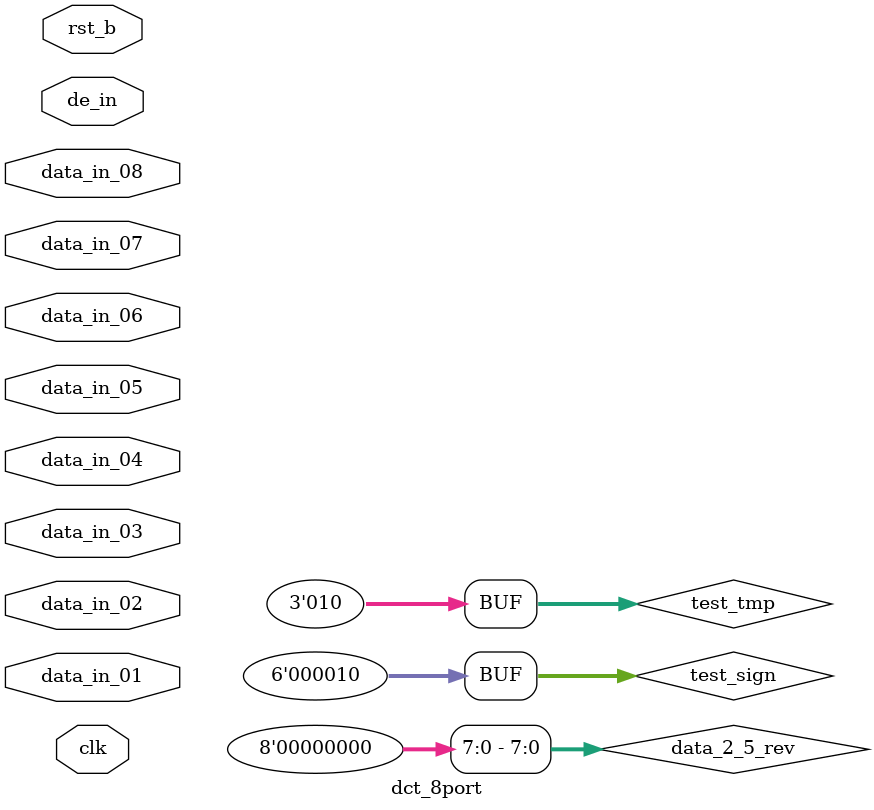
<source format=v>
`timescale 1 ns/10 ps
module dct_8port(
	input			clk,
	input			rst_b,

	input			de_in,

	input	[7:0]	data_in_01,
	input	[7:0]	data_in_02,
	input	[7:0]	data_in_03,
	input	[7:0]	data_in_04,
	input	[7:0]	data_in_05,
	input	[7:0]	data_in_06,
	input	[7:0]	data_in_07,
	input	[7:0]	data_in_08

);

parameter  Param_a = $signed({1'b0, 8'd251});
parameter  Param_b = $signed({1'b0, 8'd236});
parameter  Param_c = $signed({1'b0, 8'd212});
parameter  Param_d = $signed({1'b0, 8'd181});
parameter  Param_e = $signed({1'b0, 8'd142});
parameter  Param_f = $signed({1'b0, 8'd97});
parameter  Param_g = $signed({1'b0, 8'd49});


reg		[9:0]	de_in_d;
always @(posedge clk or negedge rst_b)begin
	if(!rst_b)begin
		de_in_d	<=	10'd0;
	end else begin
		de_in_d	<=	{de_in_d[8:0], de_in};
	end
end
//initial{{{
reg signed [8:0]	data_0_1;
reg signed [8:0]	data_0_2;
reg signed [8:0]	data_0_3;
reg signed [8:0]	data_0_4;
reg signed [8:0]	data_0_5;
reg signed [8:0]	data_0_6;
reg signed [8:0]	data_0_7;
reg signed [8:0]	data_0_8;
always @(posedge clk or negedge rst_b)begin
	if(!rst_b)begin
		data_0_1	<=	9'sd0;
		data_0_2	<=	9'sd0;
		data_0_3	<=	9'sd0;
		data_0_4	<=	9'sd0;
		data_0_5	<=	9'sd0;
		data_0_6	<=	9'sd0;
		data_0_7	<=	9'sd0;
		data_0_8	<=	9'sd0;
	end else if(de_in) begin
		data_0_1	<=	$signed({1'b0, data_in_01});
		data_0_2	<=	$signed({1'b0, data_in_02});
		data_0_3	<=	$signed({1'b0, data_in_03});
		data_0_4	<=	$signed({1'b0, data_in_04});
		data_0_5	<=	$signed({1'b0, data_in_05});
		data_0_6	<=	$signed({1'b0, data_in_06});
		data_0_7	<=	$signed({1'b0, data_in_07});
		data_0_8	<=	$signed({1'b0, data_in_08});
	end else begin
		data_0_1	<=	9'sd0;
		data_0_2	<=	9'sd0;
		data_0_3	<=	9'sd0;
		data_0_4	<=	9'sd0;
		data_0_5	<=	9'sd0;
		data_0_6	<=	9'sd0;
		data_0_7	<=	9'sd0;
		data_0_8	<=	9'sd0;
	end
end/*}}}*/
//cal 1{{{
reg signed [9:0]	data_1_1;
reg signed [9:0]	data_1_2;
reg signed [9:0]	data_1_3;
reg signed [9:0]	data_1_4;
reg signed [9:0]	data_1_5;
reg signed [9:0]	data_1_6;
reg signed [9:0]	data_1_7;
reg signed [9:0]	data_1_8;
always @(posedge clk or negedge rst_b)begin
	if(!rst_b)begin
		data_1_1	<=	10'sd0;
		data_1_2	<=	10'sd0;
		data_1_3	<=	10'sd0;
		data_1_4	<=	10'sd0;
		data_1_5	<=	10'sd0;
		data_1_6	<=	10'sd0;
		data_1_7	<=	10'sd0;
		data_1_8	<=	10'sd0;
	end else if(de_in_d[0]) begin
		data_1_1	<=	data_0_1 + data_0_8;
		data_1_2	<=	data_0_2 + data_0_7;
		data_1_3	<=	data_0_3 + data_0_6;
		data_1_4	<=	data_0_4 + data_0_5;
		data_1_5	<=	data_0_4 - data_0_5;
		data_1_6	<=	data_0_3 - data_0_6;
		data_1_7	<=	data_0_2 - data_0_7;
		data_1_8	<=	data_0_1 - data_0_8;
	end else begin
		data_1_1	<=	10'sd0;
		data_1_2	<=	10'sd0;
		data_1_3	<=	10'sd0;
		data_1_4	<=	10'sd0;
		data_1_5	<=	10'sd0;
		data_1_6	<=	10'sd0;
		data_1_7	<=	10'sd0;
		data_1_8	<=	10'sd0;
	end
end/*}}}*/
//cal 2{{{
wire	signed	[17:0]	data_1_6_d = data_1_6 * Param_d;//sign 1, int 9, dec 8
wire	signed	[17:0]	data_1_7_d = data_1_7 * Param_d;
reg signed [10:0]	data_2_1;
reg signed [10:0]	data_2_2;
reg signed [10:0]	data_2_3;
reg signed [10:0]	data_2_4;
reg signed [10:0]	data_2_5;
reg signed [18:0]	data_2_6;  //sign 1, int10, dec8
reg signed [18:0]	data_2_7;
reg signed [10:0]	data_2_8;
always @(posedge clk or negedge rst_b)begin
	if(!rst_b)begin
		data_2_1	<=	11'sd0;
        data_2_2	<=	11'sd0;
        data_2_3	<=	11'sd0;
        data_2_4	<=	11'sd0;
        data_2_5	<=	11'sd0;
        data_2_6	<=	19'sd0;
        data_2_7	<=	19'sd0;
        data_2_8	<=	11'sd0;
	end else if(de_in_d[1]) begin
		data_2_1	<=	data_1_1 + data_1_4;
        data_2_2	<=	data_1_2 + data_1_3;
        data_2_3	<=	data_1_2 - data_1_3;
        data_2_4	<=	data_1_1 - data_1_4;
        data_2_5	<=	data_1_5;
        data_2_6	<=	-data_1_6_d + data_1_7_d;
        data_2_7	<=	data_1_6_d + data_1_7_d;
        data_2_8	<=	data_1_8;
	end else begin
		data_2_1	<=	11'sd0;
        data_2_2	<=	11'sd0;
        data_2_3	<=	11'sd0;
        data_2_4	<=	11'sd0;
        data_2_5	<=	11'sd0;
        data_2_6	<=	19'sd0;
        data_2_7	<=	19'sd0;
        data_2_8	<=	11'sd0;
	end
end/*}}}*/
wire	signed	[18:0]	data_2_5_rev = {data_2_5, 8'd0};
//cal 3{{{
wire	signed	[18:0]	data_2_1_d =	data_2_1 * Param_d; //sign 1, int10, dec 8
wire	signed	[18:0]	data_2_2_d =	data_2_2 * Param_d;
wire	signed	[18:0]	data_2_3_f = 	data_2_3 * Param_f;
wire	signed	[18:0]	data_2_4_b = 	data_2_4 * Param_b;
wire	signed	[18:0]	data_2_3_b = 	data_2_3 * Param_b;
wire	signed	[18:0]	data_2_4_f = 	data_2_4 * Param_f;
reg signed [19:0]	data_3_1;//dec8
reg signed [19:0]	data_3_2;
reg signed [19:0]	data_3_3;
reg signed [19:0]	data_3_4;
reg signed [19:0]	data_3_5; // sign 1, int 11, dec 8
reg signed [19:0]	data_3_6;  
reg signed [19:0]	data_3_7;
reg signed [19:0]	data_3_8;
always @(posedge clk or negedge rst_b)begin
	if(!rst_b)begin
		data_3_1	<=	20'sd0;
        data_3_2	<=	20'sd0;
        data_3_3	<=	20'sd0;
        data_3_4	<=	20'sd0;
        data_3_5	<=	20'sd0;
        data_3_6	<=	20'sd0;
        data_3_7	<=	20'sd0;
        data_3_8	<=	20'sd0;
	end else if(de_in_d[2]) begin
		data_3_1	<=	 data_2_1_d + data_2_2_d;
        data_3_2	<=	 data_2_1_d - data_2_2_d;
        data_3_3	<=	 data_2_3_f + data_2_4_b;
        data_3_4	<=	-data_2_3_b + data_2_4_f;
        data_3_5	<=	 $signed({data_2_5, 8'd0}) + data_2_6;
        data_3_6	<=	 $signed({data_2_5, 8'd0}) - data_2_6;
        data_3_7	<=	- data_2_7 + $signed({data_2_8, 8'd0});
        data_3_8	<=	 data_2_7  + $signed({data_2_8, 8'd0});
	end else begin
		data_3_1	<=	20'sd0;
        data_3_2	<=	20'sd0;
        data_3_3	<=	20'sd0;
        data_3_4	<=	20'sd0;
        data_3_5	<=	20'sd0;
        data_3_6	<=	20'sd0;
        data_3_7	<=	20'sd0;
        data_3_8	<=	20'sd0;
	end
end//*}}}*/
//cal 4{{{
wire	signed 	[27:0]	data_3_5_g = data_3_5 * Param_g; // sign 1, int 11, dec 16
wire	signed 	[27:0]	data_3_8_a = data_3_8 * Param_a;
wire	signed 	[27:0]	data_3_6_e = data_3_6 * Param_e;
wire	signed 	[27:0]	data_3_7_c = data_3_7 * Param_c;
wire	signed 	[27:0]	data_3_6_c = data_3_6 * Param_c;
wire	signed 	[27:0]	data_3_7_e = data_3_7 * Param_e;
wire	signed 	[27:0]	data_3_5_a = data_3_5 * Param_a;
wire	signed 	[27:0]	data_3_8_g = data_3_8 * Param_g;
reg signed [19:0]	data_4_1;//sign 1, int 11, dec 8
reg signed [28:0]	data_4_2;//sign 1, int 12, dec 16
reg signed [19:0]	data_4_3;
reg signed [28:0]	data_4_4;
reg signed [19:0]	data_4_5;
reg signed [28:0]	data_4_6;  
reg signed [19:0]	data_4_7;
reg signed [28:0]	data_4_8;
always @(posedge clk or negedge rst_b)begin
	if(!rst_b)begin
		data_4_1	<=	20'sd0;
        data_4_2	<=	29'sd0;
        data_4_3	<=	20'sd0;
        data_4_4	<=	29'sd0;
        data_4_5	<=	20'sd0;
        data_4_6	<=	29'sd0;
        data_4_7	<=	20'sd0;
        data_4_8	<=	29'sd0;
	end else if(de_in_d[3]) begin
		data_4_1	<=	data_3_1 ;
        data_4_2	<=	data_3_5_g + data_3_8_a;
        data_4_3	<=	data_3_3 ;
        data_4_4	<=	-data_3_6_e + data_3_7_c;
        data_4_5	<=	data_3_2 ;
        data_4_6	<=	data_3_6_c + data_3_7_e;
        data_4_7	<=	data_3_4 ;
        data_4_8	<=	data_3_5_a + data_3_8_g;
	end else begin
		data_4_1	<=	20'sd0;
        data_4_2	<=	29'sd0;
        data_4_3	<=	20'sd0;
        data_4_4	<=	29'sd0;
        data_4_5	<=	20'sd0;
        data_4_6	<=	29'sd0;
        data_4_7	<=	20'sd0;
        data_4_8	<=	29'sd0;
	end
end//*}}}*//*}}}*/

reg signed [18:0]	data_5_1;//sign 1, int 11, dec 7
reg signed [27:0]	data_5_2;//sign 1, int 12, dec 15
reg signed [18:0]	data_5_3;
reg signed [27:0]	data_5_4;
reg signed [18:0]	data_5_5;
reg signed [27:0]	data_5_6;  
reg signed [18:0]	data_5_7;
reg signed [27:0]	data_5_8;

always @(posedge clk or negedge rst_b)begin
	if(!rst_b)begin
		data_5_1	<=	19'sd0;
        data_5_2	<=	28'sd0;
        data_5_3	<=	19'sd0;
        data_5_4	<=	28'sd0;
        data_5_5	<=	19'sd0;
        data_5_6	<=	28'sd0;
        data_5_7	<=	19'sd0;
        data_5_8	<=	28'sd0;
	end else if(de_in_d[4]) begin
		data_5_1	<=	data_4_1 >>1;
        data_5_2	<=	data_4_2 >>1;
        data_5_3	<=	data_4_3 >>1;
        data_5_4	<=	data_4_4 >>1;
        data_5_5	<=	data_4_5 >>1;
        data_5_6	<=	data_4_6 >>1;
        data_5_7	<=	data_4_7 >>1;
        data_5_8	<=	data_4_8 >>1;
	end else begin
		data_5_1	<=	19'sd0;
        data_5_2	<=	28'sd0;
        data_5_3	<=	19'sd0;
        data_5_4	<=	28'sd0;
        data_5_5	<=	19'sd0;
        data_5_6	<=	28'sd0;
        data_5_7	<=	19'sd0;
        data_5_8	<=	28'sd0;
	end
end


wire	signed [2:0]	test_tmp = 3'sd2;
wire	signed [5:0] test_sign = test_tmp;




endmodule

</source>
